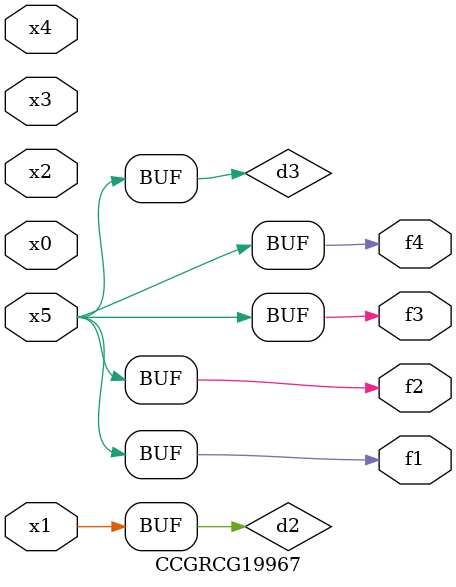
<source format=v>
module CCGRCG19967(
	input x0, x1, x2, x3, x4, x5,
	output f1, f2, f3, f4
);

	wire d1, d2, d3;

	not (d1, x5);
	or (d2, x1);
	xnor (d3, d1);
	assign f1 = d3;
	assign f2 = d3;
	assign f3 = d3;
	assign f4 = d3;
endmodule

</source>
